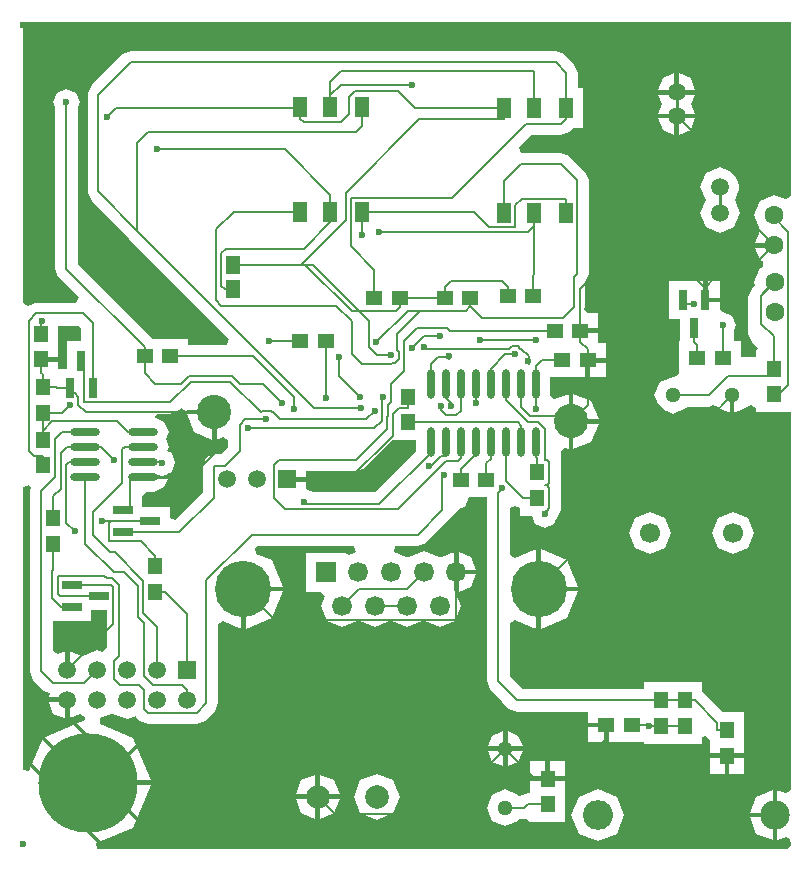
<source format=gbl>
%FSLAX24Y24*%
%MOIN*%
G70*
G01*
G75*
G04 Layer_Physical_Order=2*
G04 Layer_Color=16711680*
%ADD10R,0.0650X0.0315*%
%ADD11R,0.0571X0.0512*%
%ADD12R,0.0512X0.0571*%
%ADD13R,0.0315X0.0650*%
%ADD14R,0.0079X0.0827*%
%ADD15R,0.4134X0.3386*%
%ADD16R,0.0433X0.1378*%
%ADD17C,0.0079*%
%ADD18C,0.0098*%
%ADD19C,0.0118*%
%ADD20C,0.0787*%
%ADD21C,0.1142*%
%ADD22R,0.0591X0.0591*%
%ADD23C,0.0591*%
%ADD24C,0.0984*%
%ADD25O,0.1004X0.0984*%
%ADD26C,0.0630*%
%ADD27C,0.0669*%
%ADD28C,0.0665*%
%ADD29R,0.0665X0.0665*%
%ADD30C,0.1874*%
%ADD31C,0.0512*%
%ADD32C,0.3307*%
%ADD33C,0.0236*%
%ADD34R,0.0472X0.0709*%
%ADD35R,0.0472X0.0650*%
%ADD36R,0.0512X0.0591*%
%ADD37O,0.0276X0.0984*%
%ADD38O,0.0984X0.0276*%
%ADD39C,0.0100*%
G36*
X22370Y32675D02*
X22388Y32718D01*
X23314D01*
Y32639D01*
X23393D01*
Y31713D01*
X23603Y31800D01*
X23766Y31691D01*
Y31479D01*
X23521Y31234D01*
X23330D01*
X23059Y31121D01*
X23039Y31101D01*
X22926Y30830D01*
Y29945D01*
X22002Y29020D01*
X21820Y29095D01*
Y29468D01*
X20900D01*
Y29848D01*
D01*
Y29848D01*
X21031Y29980D01*
X21299D01*
X21645Y30123D01*
X21756Y30391D01*
X20944D01*
Y30480D01*
X21299D01*
X21450Y30542D01*
X21570Y30493D01*
X21706Y30549D01*
X21756D01*
X21749Y30567D01*
X21886Y30624D01*
X22017Y30940D01*
X21886Y31256D01*
X21728Y31322D01*
X21789Y31470D01*
X21685Y31720D01*
X21789Y31970D01*
X21645Y32317D01*
X21299Y32460D01*
X21423Y32584D01*
X21847D01*
X22119Y32696D01*
X22119Y32696D01*
X22119Y32696D01*
X22206Y32784D01*
X22370Y32675D01*
D02*
G37*
G36*
X18868Y35439D02*
Y34990D01*
X18410D01*
Y34070D01*
X18103D01*
Y34314D01*
X17532D01*
Y34472D01*
X18103D01*
Y34639D01*
Y35513D01*
X18795D01*
X18868Y35439D01*
D02*
G37*
G36*
X17192Y30097D02*
X17156Y30010D01*
Y23990D01*
X17156Y23990D01*
X17156Y23990D01*
X17269Y23719D01*
X17649Y23339D01*
X17649Y23339D01*
X17649D01*
X17649Y23339D01*
X17649D01*
Y23339D01*
D01*
D01*
D01*
D01*
X17649D01*
Y23339D01*
D01*
X17841Y23259D01*
X17788Y23131D01*
X18416D01*
Y23052D01*
X18495D01*
Y22424D01*
X18836Y22565D01*
X19000Y22456D01*
Y22367D01*
X17588Y21782D01*
X17123Y20660D01*
X16930Y20699D01*
Y30150D01*
X17118Y30207D01*
X17192Y30097D01*
D02*
G37*
G36*
X42521Y39834D02*
X42358Y39724D01*
X41982Y39880D01*
X41500Y39680D01*
X41300Y39198D01*
X41500Y38716D01*
D01*
Y38716D01*
Y38716D01*
D01*
X41500Y38680D01*
X41500D01*
X41333Y38277D01*
X41982D01*
Y38119D01*
X41333D01*
X41500Y37716D01*
X41597Y37676D01*
Y37479D01*
X41504Y37440D01*
X41304Y36958D01*
X41345Y36859D01*
X41219Y36733D01*
X41106Y36462D01*
Y35242D01*
X41106Y35242D01*
X41106Y35242D01*
X41219Y34971D01*
X41419Y34771D01*
X41381Y34680D01*
X41381D01*
X41381Y34680D01*
Y34463D01*
X40858D01*
Y34991D01*
X40641D01*
Y35376D01*
X40705Y35530D01*
X40574Y35846D01*
X40257Y35977D01*
X40257Y35977D01*
X40257Y35977D01*
X40156Y36045D01*
Y36287D01*
X39738D01*
X39684Y36418D01*
X39626Y36556D01*
X39605Y36565D01*
Y37006D01*
X38462D01*
Y35726D01*
X38832D01*
Y34991D01*
X38810D01*
Y33908D01*
X38647Y33799D01*
X38600Y33818D01*
X38163Y33637D01*
X37982Y33200D01*
X38163Y32763D01*
X38600Y32582D01*
X39037Y32763D01*
X39059Y32816D01*
X39801D01*
X39936Y32872D01*
X40118Y32797D01*
X40132Y32763D01*
X40490Y32615D01*
Y33200D01*
X40647D01*
Y32615D01*
X41005Y32763D01*
X41013Y32781D01*
X41195Y32857D01*
X41367Y32785D01*
X41367Y32785D01*
X41367Y32785D01*
X41381Y32776D01*
Y32632D01*
X42523D01*
Y32632D01*
X42526D01*
X42533Y20030D01*
X42369Y19921D01*
X42079Y20041D01*
Y19200D01*
Y18359D01*
X42370Y18480D01*
X42507Y18388D01*
X42527Y18192D01*
X42395Y18060D01*
X19394D01*
X19356Y18253D01*
X20601Y18769D01*
X21193Y20197D01*
X19094D01*
Y20354D01*
X21193D01*
X20601Y21782D01*
X19511Y22234D01*
Y22431D01*
X19883Y22585D01*
X19883Y22585D01*
X19949D01*
Y22585D01*
X20416Y22391D01*
X20686Y22503D01*
X20709Y22449D01*
X20819Y22339D01*
X20819Y22339D01*
X20819D01*
X20819Y22339D01*
X20819D01*
Y22339D01*
D01*
D01*
D01*
D01*
X20819D01*
Y22339D01*
D01*
X21090Y22226D01*
X22720D01*
X22991Y22339D01*
X23321Y22669D01*
X23434Y22940D01*
Y25559D01*
X23597Y25668D01*
X24202Y25418D01*
Y26740D01*
X24281D01*
Y26819D01*
X25603D01*
X25239Y27698D01*
X24711Y27917D01*
X24673Y28110D01*
X24719Y28156D01*
X27982D01*
X28021Y27963D01*
X27787Y27867D01*
X27667Y27947D01*
Y27947D01*
X26371D01*
Y26652D01*
X26881D01*
X26990Y26488D01*
X26863Y26181D01*
X27069Y25685D01*
X27564Y25480D01*
X28060Y25685D01*
X28060Y25685D01*
X28159D01*
Y25685D01*
X28655Y25480D01*
X29150Y25685D01*
Y25685D01*
X29249Y25688D01*
X29250Y25685D01*
X29250D01*
X29250Y25685D01*
X29250Y25685D01*
X29745Y25480D01*
X30241Y25685D01*
X30241Y25685D01*
X30340D01*
Y25685D01*
X30836Y25480D01*
X31332Y25685D01*
X31537Y26181D01*
X31369Y26586D01*
X31381Y26598D01*
X31361Y26607D01*
X31332Y26677D01*
X31302Y26689D01*
Y27299D01*
Y27968D01*
X30885Y27795D01*
D01*
Y27795D01*
X30786D01*
Y27795D01*
X30291Y28000D01*
X29795Y27795D01*
D01*
Y27795D01*
X29696D01*
Y27795D01*
X29289Y27963D01*
X29327Y28156D01*
X30090D01*
X30361Y28269D01*
X31512Y29420D01*
X31666Y29484D01*
X31797Y29800D01*
X31797Y29800D01*
X31797Y29800D01*
X31802Y29807D01*
X32390D01*
Y23662D01*
X32503Y23391D01*
X32861Y23032D01*
X32911Y22983D01*
X33142Y22752D01*
X33413Y22640D01*
X35776D01*
Y22279D01*
X36377D01*
Y22200D01*
X36456D01*
Y21629D01*
X37629D01*
Y21576D01*
X39571D01*
Y21814D01*
X39677Y21835D01*
X39829Y21710D01*
Y21423D01*
Y21256D01*
X40971D01*
Y21423D01*
Y22624D01*
X40269D01*
X39598Y23294D01*
X39571Y23306D01*
Y23624D01*
X37629D01*
Y23407D01*
X33572D01*
X33453Y23525D01*
X33158Y23821D01*
Y25606D01*
X33321Y25716D01*
X34041Y25418D01*
Y26740D01*
Y28063D01*
X33321Y27765D01*
X33158Y27874D01*
Y29433D01*
X33329Y29504D01*
X33501Y29432D01*
Y29174D01*
X33903D01*
X34016Y28904D01*
X34332Y28773D01*
X34648Y28904D01*
X34714Y29061D01*
X34741Y29089D01*
X34854Y29360D01*
Y31334D01*
X35017Y31443D01*
X35125Y31398D01*
Y32324D01*
Y33251D01*
X34650Y33054D01*
X34511Y33193D01*
X34517Y33209D01*
Y33791D01*
X35676D01*
Y34362D01*
X35755D01*
Y34441D01*
X36356D01*
Y34933D01*
X36115D01*
Y35272D01*
X35514D01*
Y35430D01*
X36115D01*
Y35922D01*
X35760D01*
X35651Y36085D01*
X35674Y36140D01*
Y36971D01*
X35681Y36979D01*
X35794Y37250D01*
Y40360D01*
X35681Y40631D01*
X35151Y41161D01*
X34880Y41274D01*
X33543D01*
X33468Y41455D01*
X33869Y41856D01*
X34875D01*
X35147Y41969D01*
X35147Y41969D01*
X35147Y41969D01*
X35271Y42093D01*
X35587D01*
Y43431D01*
X35419D01*
Y43940D01*
X35307Y44211D01*
X34957Y44561D01*
X34685Y44674D01*
X20520D01*
X20249Y44561D01*
X19219Y43531D01*
X19106Y43260D01*
Y39930D01*
X19106Y39930D01*
X19106Y39930D01*
X19219Y39659D01*
X20466Y38412D01*
X20469Y38404D01*
X23810Y35063D01*
X23734Y34882D01*
X22446D01*
Y35069D01*
X21262D01*
X18764Y37568D01*
Y42816D01*
X18827Y42970D01*
X18696Y43286D01*
X18380Y43417D01*
X18064Y43286D01*
X17933Y42970D01*
X17996Y42816D01*
Y37409D01*
X17996Y37409D01*
X17996Y37409D01*
X18109Y37138D01*
X18785Y36462D01*
X18709Y36280D01*
X17346D01*
X17094Y36175D01*
X16930Y36284D01*
Y45624D01*
X42518D01*
X42521Y39834D01*
D02*
G37*
G36*
X19736Y24757D02*
X19573Y24648D01*
X19416Y24713D01*
X18949Y24519D01*
D01*
Y24519D01*
X18883D01*
Y24519D01*
X18495Y24680D01*
Y24052D01*
X18337D01*
Y24680D01*
X18087Y24576D01*
X17924Y24686D01*
Y25662D01*
X19196D01*
Y26032D01*
X19736D01*
Y24757D01*
D02*
G37*
G36*
X30037Y31332D02*
X28658Y29954D01*
X26612D01*
X26606Y29966D01*
X26356Y30070D01*
Y30313D01*
X25746D01*
Y30471D01*
X26356D01*
Y30656D01*
X28050D01*
X28321Y30769D01*
X28321Y30769D01*
X28321Y30769D01*
X29243Y31690D01*
X30037D01*
Y31332D01*
D02*
G37*
%LPC*%
G36*
X40321Y21098D02*
X39829D01*
Y20576D01*
X40321D01*
Y21098D01*
D02*
G37*
G36*
X40971D02*
X40479D01*
Y20576D01*
X40971D01*
Y21098D01*
D02*
G37*
G36*
X33085Y21996D02*
Y21489D01*
X33591D01*
X33443Y21847D01*
X33085Y21996D01*
D02*
G37*
G36*
X36298Y22121D02*
X35776D01*
Y21629D01*
X36298D01*
Y22121D01*
D02*
G37*
G36*
X32927Y21996D02*
X32569Y21847D01*
X32421Y21489D01*
X32927D01*
Y21996D01*
D02*
G37*
G36*
Y21332D02*
X32421D01*
X32569Y20974D01*
X32927Y20825D01*
Y21332D01*
D02*
G37*
G36*
X33591D02*
X33085D01*
Y20825D01*
X33443Y20974D01*
X33591Y21332D01*
D02*
G37*
G36*
X34993Y21012D02*
X34501D01*
Y20490D01*
X34993D01*
Y21012D01*
D02*
G37*
G36*
X26676Y19734D02*
X26021D01*
X26213Y19271D01*
X26676Y19079D01*
Y19734D01*
D02*
G37*
G36*
X27490D02*
X26834D01*
Y19079D01*
X27298Y19271D01*
X27490Y19734D01*
D02*
G37*
G36*
X28724Y20580D02*
X28181Y20355D01*
X27957Y19813D01*
X28181Y19271D01*
X28724Y19046D01*
X29266Y19271D01*
X29491Y19813D01*
X29266Y20355D01*
X28724Y20580D01*
D02*
G37*
G36*
X36104Y20074D02*
X36085D01*
X35467Y19818D01*
X35211Y19200D01*
X35467Y18582D01*
X36085Y18326D01*
X36104D01*
X36722Y18582D01*
X36978Y19200D01*
X36722Y19818D01*
X36104Y20074D01*
D02*
G37*
G36*
X41921Y19121D02*
X41159D01*
X41382Y18582D01*
X41921Y18359D01*
Y19121D01*
D02*
G37*
G36*
X26834Y20547D02*
Y19892D01*
X27490D01*
X27298Y20355D01*
X26834Y20547D01*
D02*
G37*
G36*
X34343Y21012D02*
X33851D01*
Y20490D01*
X34343D01*
Y21012D01*
D02*
G37*
G36*
X26676Y20547D02*
X26213Y20355D01*
X26021Y19892D01*
X26676D01*
Y20547D01*
D02*
G37*
G36*
X41921Y20041D02*
X41382Y19818D01*
X41159Y19279D01*
X41921D01*
Y20041D01*
D02*
G37*
G36*
X34993Y20332D02*
X33851D01*
Y19948D01*
X33773D01*
X33502Y19836D01*
D01*
X33502Y19836D01*
X33465Y19826D01*
X33443Y19879D01*
X33006Y20060D01*
X32569Y19879D01*
X32388Y19442D01*
X32569Y19005D01*
X33006Y18824D01*
X33443Y19005D01*
X33465Y19058D01*
X33650D01*
X33687Y19074D01*
X33851Y18965D01*
Y18964D01*
X34993D01*
Y19811D01*
Y20332D01*
D02*
G37*
G36*
X40156Y37006D02*
X39763D01*
Y36445D01*
X40156D01*
Y37006D01*
D02*
G37*
G36*
X40176Y40803D02*
X39709Y40610D01*
X39516Y40143D01*
X39699Y39700D01*
X39516Y39257D01*
X39709Y38790D01*
X40176Y38597D01*
X40643Y38790D01*
X40837Y39257D01*
X40653Y39700D01*
X40837Y40143D01*
X40643Y40610D01*
X40176Y40803D01*
D02*
G37*
G36*
X35283Y33251D02*
Y32403D01*
X36130D01*
X35882Y33002D01*
X35283Y33251D01*
D02*
G37*
G36*
X36356Y34283D02*
X35834D01*
Y33791D01*
X36356D01*
Y34283D01*
D02*
G37*
G36*
X38641Y42426D02*
X38092D01*
X38253Y42038D01*
X38641Y41877D01*
Y42426D01*
D02*
G37*
G36*
Y43920D02*
X38253Y43760D01*
X38092Y43371D01*
X38641D01*
Y43920D01*
D02*
G37*
G36*
X38798D02*
Y43371D01*
X39348D01*
X39187Y43760D01*
X38798Y43920D01*
D02*
G37*
G36*
X39348Y42426D02*
X38798D01*
Y41877D01*
X39187Y42038D01*
X39348Y42426D01*
D02*
G37*
G36*
Y43214D02*
X38092D01*
X38222Y42899D01*
X38092Y42584D01*
X39348D01*
X39217Y42899D01*
X39348Y43214D01*
D02*
G37*
G36*
X23235Y32561D02*
X22388D01*
X22636Y31961D01*
X23235Y31713D01*
Y32561D01*
D02*
G37*
G36*
X25603Y26661D02*
X24359D01*
Y25418D01*
X25239Y25782D01*
X25603Y26661D01*
D02*
G37*
G36*
X32049Y27220D02*
X31460D01*
Y26631D01*
X31877Y26804D01*
X32049Y27220D01*
D02*
G37*
G36*
X18337Y22973D02*
X17788D01*
X17949Y22585D01*
X18337Y22424D01*
Y22973D01*
D02*
G37*
G36*
X35442Y26661D02*
X34198D01*
Y25418D01*
X35078Y25782D01*
X35442Y26661D01*
D02*
G37*
G36*
X34198Y28063D02*
Y26819D01*
X35442D01*
X35078Y27698D01*
X34198Y28063D01*
D02*
G37*
G36*
X40600Y29303D02*
X40103Y29097D01*
X39897Y28600D01*
X40103Y28103D01*
X40600Y27897D01*
X41097Y28103D01*
X41303Y28600D01*
X41097Y29097D01*
X40600Y29303D01*
D02*
G37*
G36*
X36130Y32246D02*
X35283D01*
Y31398D01*
X35882Y31646D01*
X36130Y32246D01*
D02*
G37*
G36*
X31460Y27968D02*
Y27378D01*
X32049D01*
X31877Y27795D01*
X31460Y27968D01*
D02*
G37*
G36*
X37844Y29303D02*
X37347Y29097D01*
X37141Y28600D01*
X37347Y28103D01*
X37844Y27897D01*
X38341Y28103D01*
X38547Y28600D01*
X38341Y29097D01*
X37844Y29303D01*
D02*
G37*
%LPD*%
D10*
X21180Y28996D02*
D03*
X20260Y28626D02*
D03*
Y29376D02*
D03*
X19476Y26504D02*
D03*
X18556Y26134D02*
D03*
Y26884D02*
D03*
D11*
X34909Y34362D02*
D03*
X35755D02*
D03*
X32381Y30378D02*
D03*
X31535D02*
D03*
X35514Y35351D02*
D03*
X34668D02*
D03*
X31839Y36424D02*
D03*
X30993D02*
D03*
X33095Y36512D02*
D03*
X33941D02*
D03*
X28645Y36432D02*
D03*
X29491D02*
D03*
X21845Y34498D02*
D03*
X20999D02*
D03*
X26177Y35000D02*
D03*
X27023D02*
D03*
X36377Y22200D02*
D03*
X37223D02*
D03*
X39411Y34420D02*
D03*
X40257D02*
D03*
D12*
X34072Y29775D02*
D03*
Y30621D02*
D03*
X29772Y33137D02*
D03*
Y32291D02*
D03*
X17532Y35239D02*
D03*
Y34393D02*
D03*
X17942Y28249D02*
D03*
Y29095D02*
D03*
X17594Y32619D02*
D03*
Y33465D02*
D03*
Y30861D02*
D03*
Y31707D02*
D03*
X21344Y27497D02*
D03*
Y26651D02*
D03*
X39000Y23023D02*
D03*
Y22177D02*
D03*
X38200Y23023D02*
D03*
Y22177D02*
D03*
X41952Y33233D02*
D03*
Y34079D02*
D03*
X40400Y22023D02*
D03*
Y21177D02*
D03*
X34422Y20411D02*
D03*
Y19565D02*
D03*
D13*
X18882Y34350D02*
D03*
X19252Y33430D02*
D03*
X18502D02*
D03*
X39304Y35446D02*
D03*
X38934Y36366D02*
D03*
X39684D02*
D03*
D17*
X33027Y33043D02*
X33753Y32317D01*
X33527Y32810D02*
X33843Y32494D01*
X34136D01*
X33753Y32317D02*
X34088D01*
X34330Y32075D01*
X34139Y32497D02*
X35031D01*
X34136Y32494D02*
X34139Y32497D01*
X34030Y32750D02*
Y32827D01*
X24904Y32656D02*
X25206D01*
X24884Y32636D02*
X24904Y32656D01*
X24854Y32636D02*
X24884D01*
X23840Y33650D02*
X24854Y32636D01*
X24164Y32004D02*
Y32216D01*
Y32004D02*
X24170Y31998D01*
Y31340D02*
Y31998D01*
X24164Y32216D02*
X24348Y32400D01*
X24605Y34498D02*
X25960Y33143D01*
X24420Y32090D02*
X28640D01*
X28900Y32350D01*
X24348Y32400D02*
X25020D01*
X25960Y32769D02*
Y33143D01*
X25895Y32704D02*
X25960Y32769D01*
X25930Y32670D02*
X25970D01*
X25895Y32704D02*
X25930Y32670D01*
X29086Y32856D02*
X29200Y32970D01*
X29086Y32856D02*
Y32856D01*
Y32856D02*
X29093Y32849D01*
Y32491D02*
Y32849D01*
X29080Y32478D02*
X29093Y32491D01*
X29080Y32070D02*
Y32478D01*
X28900Y32792D02*
Y33120D01*
Y32792D02*
X28916Y32776D01*
Y32564D02*
Y32776D01*
X28900Y32548D02*
X28916Y32564D01*
X28900Y32350D02*
Y32548D01*
X23680Y30850D02*
X24170Y31340D01*
X24161Y33580D02*
X24930D01*
X23913Y33827D02*
X24161Y33580D01*
X22457Y33827D02*
X23913D01*
X22209Y33580D02*
X22457Y33827D01*
X21339Y33580D02*
X22209D01*
X22530Y33650D02*
X23840D01*
X21847Y32967D02*
X22530Y33650D01*
X24930Y33580D02*
X25570Y32940D01*
X34330Y31044D02*
Y32075D01*
Y31044D02*
X34385D01*
X34466Y30964D01*
Y30279D02*
Y30964D01*
X34385Y30198D02*
X34466Y30279D01*
X34330Y30198D02*
X34385D01*
X34330Y30198D02*
Y30198D01*
Y30198D02*
X34385D01*
X34466Y30117D01*
Y29432D02*
Y30117D01*
X34385Y29352D02*
X34466Y29432D01*
X34330Y29352D02*
X34385D01*
X34330Y29220D02*
Y29352D01*
X19260Y29290D02*
X20250Y30280D01*
X19260Y28520D02*
Y29290D01*
Y28520D02*
X19818Y27963D01*
X19010Y28240D02*
Y30470D01*
X18380Y28940D02*
X18660Y28660D01*
X20250Y31400D02*
X20320Y31470D01*
X20250Y30280D02*
Y31400D01*
X18920Y35930D02*
X19252Y35598D01*
X17380Y35930D02*
X18920D01*
X17130Y35680D02*
X17380Y35930D01*
X21570Y30920D02*
Y30940D01*
X19420Y43190D02*
X20520Y44290D01*
X19420Y40000D02*
Y43190D01*
Y40000D02*
X20740Y38680D01*
X27470Y34390D02*
Y34460D01*
X27460Y34380D02*
X27470Y34390D01*
X31200Y32820D02*
Y32827D01*
X31187Y32840D02*
X31200Y32827D01*
X29200Y33570D02*
X29620Y33990D01*
X29200Y32970D02*
Y33570D01*
X28380Y32390D02*
X28660Y32670D01*
X25506Y32390D02*
X28380D01*
X25260Y32636D02*
X25506Y32390D01*
X28050Y31040D02*
X29080Y32070D01*
X24420Y32090D02*
Y32110D01*
X25226Y32636D02*
X25260D01*
X25206Y32656D02*
X25226Y32636D01*
X33780Y34260D02*
Y34330D01*
Y34260D02*
X33790Y34250D01*
X33512Y34750D02*
X33542D01*
X33436Y34826D02*
X33512Y34750D01*
X33224Y34826D02*
X33436D01*
X33148Y34750D02*
X33224Y34826D01*
X30220Y34750D02*
X33148D01*
X33542D02*
X33790Y34502D01*
X31074Y35436D02*
X31159Y35351D01*
X29620Y34990D02*
X30066Y35436D01*
X31074D01*
X34027Y32830D02*
X34030Y32827D01*
X28461Y34819D02*
X28740Y34540D01*
X28461Y34819D02*
Y35074D01*
X28480Y35093D01*
Y35669D01*
X28740Y34540D02*
X29130D01*
X29890Y34780D02*
X29910D01*
X29620Y34730D02*
Y34990D01*
Y34730D02*
X29646Y34703D01*
Y34345D02*
Y34703D01*
X29620Y34319D02*
X29646Y34345D01*
X29620Y33990D02*
Y34319D01*
X29400Y34699D02*
Y35230D01*
Y34699D02*
X29469Y34630D01*
Y34418D02*
Y34630D01*
X29319Y34268D02*
X29469Y34418D01*
X29238Y34268D02*
X29319D01*
X29200Y34230D02*
X29238Y34268D01*
X29146Y34524D02*
X29213D01*
X29130Y34540D02*
X29146Y34524D01*
X29400Y35230D02*
X30179Y36009D01*
X30260Y34790D02*
X30290D01*
X30220Y34750D02*
X30260Y34790D01*
X31072Y34485D02*
X31140Y34417D01*
X30772Y34485D02*
X31072D01*
X30527Y34240D02*
X30772Y34485D01*
X31140Y34417D02*
X31169Y34446D01*
X34046Y33582D02*
Y34168D01*
X34027Y33563D02*
X34046Y33582D01*
Y34168D02*
X34240Y34362D01*
X26650Y32770D02*
X28210D01*
X20740Y38675D02*
Y38680D01*
X20520Y44290D02*
X34685D01*
X20740Y38675D02*
X26645Y32770D01*
X39411Y34420D02*
Y34870D01*
X39304Y34977D02*
X39411Y34870D01*
X39304Y34977D02*
Y35446D01*
X29491Y36432D02*
X30230D01*
X30238Y36424D01*
X30993D01*
X17594Y33465D02*
X18030D01*
X18065Y33430D01*
X18502D01*
X17594Y33465D02*
Y33890D01*
X17532Y33952D02*
X17594Y33890D01*
X17532Y33952D02*
Y34393D01*
X35755Y34362D02*
Y34730D01*
X35514Y34971D02*
X35755Y34730D01*
X35514Y34971D02*
Y35351D01*
X38200Y22177D02*
X39000D01*
X37223Y22200D02*
X37700D01*
X37723Y22177D01*
X33006Y19442D02*
X33650D01*
X33773Y19565D01*
X34422D01*
X34072Y30621D02*
Y31100D01*
X34027Y31145D02*
X34072Y31100D01*
X34027Y31145D02*
Y31634D01*
X31535Y30378D02*
Y30750D01*
X32027Y31242D01*
Y31634D01*
X32381Y30378D02*
Y30930D01*
X32527Y31076D01*
Y31634D01*
X28655Y26181D02*
X29745D01*
X38200Y23023D02*
X39000D01*
X27179Y43647D02*
X27520Y43989D01*
X33941D01*
X33965Y43965D01*
Y42762D02*
Y43965D01*
X17594Y31707D02*
Y32000D01*
X17914Y32320D02*
X20070D01*
X20420Y31970D01*
X20945D01*
X35514Y35351D02*
Y36744D01*
X35840Y37070D01*
X39360D01*
X39684Y36366D02*
Y36746D01*
X35755Y32876D02*
Y34362D01*
X35204Y32324D02*
X35755Y32876D01*
X29731Y26740D02*
X30291Y27299D01*
X28123Y26740D02*
X29731D01*
X27564Y26181D02*
X28123Y26740D01*
X20260Y29376D02*
X20510D01*
Y30470D02*
X20945D01*
X33006Y21411D02*
X34005Y20411D01*
X34422D01*
X40400Y21177D02*
X41623D01*
X42000Y20800D01*
Y19200D02*
Y20800D01*
X34240Y34362D02*
X34909D01*
X34422Y20411D02*
X35040D01*
X22416Y24052D02*
Y25905D01*
X21670Y26651D02*
X22416Y25905D01*
X21344Y26651D02*
X21670D01*
X32027Y32920D02*
Y33563D01*
X38200Y22160D02*
Y22177D01*
X36377Y21600D02*
X36800Y21177D01*
X40400D01*
X38934Y36240D02*
Y36366D01*
X19252Y33430D02*
Y35598D01*
X17130Y31350D02*
Y35680D01*
Y31350D02*
X17310Y31170D01*
X17594Y30861D02*
Y31170D01*
X35755Y34362D02*
X36628D01*
X38640Y32350D01*
X39718D01*
X40568Y33200D01*
X18416Y24052D02*
X19940Y25576D01*
Y26800D01*
X19856Y26884D02*
X19940Y26800D01*
X18556Y26884D02*
X19856D01*
X31839Y36160D02*
X32219Y35780D01*
X34930D01*
X35290Y36140D01*
Y37130D01*
X35410Y37250D01*
Y40360D01*
X34880Y40890D02*
X35410Y40360D01*
X33535Y40890D02*
X34880D01*
X32965Y40320D02*
X33535Y40890D01*
X32965Y39278D02*
Y40320D01*
X33095Y36512D02*
Y36800D01*
X32895Y37000D02*
X33095Y36800D01*
X31193Y37000D02*
X32895D01*
X30993Y36800D02*
X31193Y37000D01*
X30993Y36424D02*
Y36800D01*
X35035Y39278D02*
Y39750D01*
X33570D02*
X35035D01*
X33340Y39520D02*
X33570Y39750D01*
X33340Y38810D02*
Y39520D01*
X32470Y38810D02*
X33340D01*
X31980Y39300D02*
X32470Y38810D01*
X28249Y39300D02*
Y39306D01*
X30860Y32710D02*
Y32850D01*
Y32710D02*
X31040Y32530D01*
X31378D01*
X31527Y32679D01*
Y33563D01*
X35031Y32497D02*
X35204Y32324D01*
X33527Y32810D02*
Y33563D01*
X17942Y29095D02*
Y29832D01*
X18190Y30080D01*
Y31260D01*
X18400Y31470D01*
X19015D01*
X24281Y26740D02*
X25331Y25690D01*
X31027Y31180D02*
Y31634D01*
X29772Y32291D02*
X33419D01*
X33527Y32183D01*
Y31634D02*
Y32183D01*
X28790Y38630D02*
X33760D01*
X33965Y38835D02*
Y39278D01*
X20999Y34498D02*
Y34790D01*
X18380Y37409D02*
X20999Y34790D01*
X18380Y37409D02*
Y42970D01*
X33027Y33043D02*
Y33563D01*
X17942Y27356D02*
Y28249D01*
X17916Y27331D02*
X17942Y27356D01*
X17916Y26426D02*
Y27331D01*
Y26426D02*
X18208Y26134D01*
X18556D01*
X19010Y30470D02*
X19015D01*
X19010Y28240D02*
X19961Y27289D01*
X20311D01*
X20773Y26827D01*
Y25800D02*
Y26827D01*
Y25800D02*
X20980Y25594D01*
Y23840D02*
Y25594D01*
Y23840D02*
X21270Y23550D01*
X22240D01*
X22416Y23374D01*
Y23052D02*
Y23374D01*
X38720Y42505D02*
X40840Y40385D01*
Y39340D02*
Y40385D01*
Y39340D02*
X41982Y38198D01*
X21845Y34498D02*
X24605D01*
X27460Y33830D02*
X28160Y33130D01*
X27460Y33830D02*
Y34380D01*
X32180Y35020D02*
X34040D01*
X26179Y42760D02*
Y42790D01*
X19730Y42470D02*
X20020Y42760D01*
X18957Y32967D02*
X21847D01*
X18957D02*
Y34180D01*
X18882D02*
Y34350D01*
X20260Y28626D02*
X22150D01*
X23310Y29786D01*
Y30830D01*
X23330Y30850D01*
X23680D01*
X25150Y35000D02*
X26177D01*
X21344Y27497D02*
Y27840D01*
X20853Y28331D02*
X21344Y27840D01*
X19797Y28331D02*
X20853D01*
X19797D02*
Y28921D01*
X27690Y39937D02*
X30142Y42389D01*
X27690Y39039D02*
Y39937D01*
X21413Y41393D02*
X25655D01*
X27179Y39870D01*
Y39306D02*
Y39870D01*
X33790Y34250D02*
Y34502D01*
X28717Y34968D02*
X29758Y36009D01*
X31839Y36160D02*
Y36424D01*
X28249Y42179D02*
Y42790D01*
X28040Y41970D02*
X28249Y42179D01*
X21110Y41970D02*
X28040D01*
X20740Y41600D02*
X21110Y41970D01*
X29491Y36141D02*
Y36432D01*
X29360Y36010D02*
X29491Y36141D01*
X20320Y31470D02*
X20945D01*
X19818Y27963D02*
X19987D01*
X20950Y27000D01*
Y25920D02*
Y27000D01*
Y25920D02*
X21416Y25454D01*
Y24052D02*
Y25454D01*
X18380Y28940D02*
Y30880D01*
X18470Y30970D01*
X19015D01*
X29440Y43330D02*
X30010Y42760D01*
X28000Y43330D02*
X29440D01*
X27810Y43140D02*
X28000Y43330D01*
X27810Y42560D02*
Y43140D01*
X27540Y42290D02*
X27810Y42560D01*
X26289Y42290D02*
X27540D01*
X26179Y42400D02*
X26289Y42290D01*
X27520Y43549D02*
X29901D01*
X30290Y35180D02*
X30850D01*
X29890Y34780D02*
X30290Y35180D01*
X28645Y36432D02*
Y37380D01*
X27870Y38155D02*
X28645Y37380D01*
X27870Y38155D02*
Y39770D01*
X31240D01*
X33710Y42240D01*
X34875D01*
X35035Y42400D01*
Y42762D01*
X34685Y44290D02*
X35035Y43940D01*
Y42762D02*
Y43940D01*
X28900Y33120D02*
X28930Y33150D01*
X31688Y36009D02*
X31839Y36160D01*
X28230Y34230D02*
X29200D01*
X27900Y34560D02*
X28230Y34230D01*
X27900Y34560D02*
Y35660D01*
X27380Y36180D02*
X27900Y35660D01*
X23550Y36180D02*
X27380D01*
X23370Y36360D02*
X23550Y36180D01*
X23370Y36360D02*
Y38720D01*
X23956Y39306D01*
X26179D01*
X19020Y32639D02*
X23314D01*
X18780Y32880D02*
X19020Y32639D01*
X18780Y32880D02*
Y33140D01*
X18660Y33260D02*
X18780Y33140D01*
X18502Y33260D02*
Y33430D01*
X23314Y31225D02*
Y32639D01*
X22559Y30470D02*
X23314Y31225D01*
X20945Y30470D02*
X22559D01*
X29772Y32763D02*
Y33137D01*
X29463Y32763D02*
X29772D01*
X29270Y32570D02*
X29463Y32763D01*
X29270Y31850D02*
Y32570D01*
X27812Y30392D02*
X29270Y31850D01*
X25746Y30392D02*
X27812D01*
X40004Y37120D02*
X40904D01*
X41982Y38198D01*
X30835Y19240D02*
X33006Y21411D01*
X27328Y19240D02*
X30835D01*
X26755Y19813D02*
X27328Y19240D01*
X20945Y30970D02*
X21540D01*
X21570Y30940D01*
X18239Y32619D02*
X18500Y32880D01*
X17594Y32619D02*
X18239D01*
X18974Y23610D02*
X19416Y24052D01*
X17920Y23610D02*
X18974D01*
X17540Y23990D02*
X17920Y23610D01*
X17540Y23990D02*
Y30010D01*
X18000Y30470D01*
Y31730D01*
X18240Y31970D01*
X19015D01*
X17532Y35239D02*
Y35632D01*
X17560Y35660D01*
X19520Y31470D02*
X19970Y31020D01*
X19015Y31470D02*
X19520D01*
X27023Y33100D02*
Y35000D01*
X18169Y26504D02*
X19476D01*
X18093Y26580D02*
X18169Y26504D01*
X18093Y26580D02*
Y27180D01*
X19650D01*
X19730Y27100D01*
X19900D01*
X20120Y26880D01*
Y24490D02*
Y26880D01*
X19980Y24350D02*
X20120Y24490D01*
X19980Y23730D02*
Y24350D01*
Y23730D02*
X20160Y23550D01*
X20800D01*
X20980Y23370D01*
Y22720D02*
Y23370D01*
Y22720D02*
X21090Y22610D01*
X22720D01*
X23050Y22940D01*
Y27029D01*
X24561Y28540D01*
X31159Y35351D02*
X34668D01*
X25470Y31040D02*
X28050D01*
X25310Y30880D02*
X25470Y31040D01*
X25310Y29760D02*
Y30880D01*
Y29760D02*
X25680Y29390D01*
X31440Y31000D02*
X31527Y31087D01*
Y31634D01*
X33017Y34570D02*
X33330D01*
X32527Y34080D02*
X33017Y34570D01*
X32527Y33563D02*
Y34080D01*
X31027Y33095D02*
Y33563D01*
Y33095D02*
X31187Y32935D01*
Y32840D02*
Y32935D01*
X30527Y33563D02*
Y34240D01*
X34027Y32830D02*
Y33563D01*
X20999Y33920D02*
X21339Y33580D01*
X20999Y33920D02*
Y34498D01*
X40077Y22023D02*
X40400D01*
X40077D02*
Y22273D01*
X39327Y23023D02*
X40077Y22273D01*
X39000Y23023D02*
X39327D01*
X33941Y36512D02*
X33965Y37903D01*
X23680Y36720D02*
X23946D01*
X23550Y36850D02*
X23680Y36720D01*
X23550Y36850D02*
Y37920D01*
X23710Y38080D01*
X26299D01*
X27179Y38960D01*
Y39306D01*
X17310Y31170D02*
X17594D01*
X38934Y36240D02*
X39310D01*
X28249Y39300D02*
X31980D01*
X28249Y38549D02*
Y39300D01*
Y39306D01*
X26351Y37549D02*
X27890Y36010D01*
X23946Y37549D02*
X26200D01*
X26351D01*
X26600D01*
X28139Y36010D02*
X28480Y35669D01*
X26600Y37549D02*
X28139Y36010D01*
X26200Y37549D02*
X27690Y39039D01*
X26179Y42400D02*
Y42760D01*
X20020D02*
X26179D01*
X27890Y36010D02*
X28139D01*
X29360D01*
X30142Y42389D02*
X32965D01*
X30010Y42760D02*
X32965D01*
Y42389D02*
Y42760D01*
Y42762D01*
X27179Y42790D02*
Y43207D01*
Y43647D01*
Y43207D02*
X27520Y43549D01*
X20740Y38680D02*
X26650Y32770D01*
X20740Y38680D02*
Y41600D01*
X26645Y32770D02*
X26650D01*
X29758Y36009D02*
X30179D01*
X31688D01*
X18882Y34180D02*
X18957D01*
X20510Y29376D02*
Y30470D01*
X18502Y33260D02*
X18660D01*
X35040Y20411D02*
X36377Y21748D01*
Y21600D02*
Y21748D01*
X39657Y36773D02*
X39684Y36366D01*
X39657Y36773D02*
X39684Y36746D01*
X39360Y37070D02*
X39657Y36773D01*
X40004Y37120D01*
X17594Y31707D02*
Y32000D01*
Y32619D01*
Y32000D02*
X17914Y32320D01*
X19797Y28921D02*
X19872Y28996D01*
X19560D02*
X19872D01*
X21180D01*
X37810Y22160D02*
X38200D01*
X37723Y22177D02*
X37810D01*
X38200D01*
X30880Y31180D02*
X31027D01*
X33965Y37903D02*
Y38835D01*
Y39278D01*
X33760Y38630D02*
X33965Y38835D01*
X35204Y27825D02*
Y32324D01*
X33027Y30348D02*
Y31634D01*
Y30348D02*
X33600Y29775D01*
X34072D01*
X34119Y26740D02*
X35204Y27825D01*
X36377Y21748D02*
Y22200D01*
X24561Y28540D02*
X30090D01*
X32934Y30104D02*
Y30130D01*
X31381Y25667D02*
Y27299D01*
X31358Y25690D02*
X31381Y25667D01*
X25331Y25690D02*
X31358D01*
X33413Y23023D02*
X38200D01*
X33182Y23254D02*
X33413Y23023D01*
X33132Y23304D02*
X33182Y23254D01*
X32774Y23662D02*
Y29945D01*
X32934Y30104D01*
X32774Y23662D02*
X33182Y23254D01*
X30090Y28540D02*
X30910Y29360D01*
X26290Y29650D02*
X26370Y29570D01*
X30527Y31280D02*
Y31634D01*
X26370Y29570D02*
X28817D01*
X30527Y31280D01*
X30910Y29360D02*
Y30520D01*
X30480Y30830D02*
X30496D01*
X30513Y30813D01*
X30880Y31180D01*
X25680Y29390D02*
X29420D01*
X31030Y31000D01*
X31440D01*
X38600Y33200D02*
X39801D01*
X41533Y36503D02*
X41960Y36930D01*
X41577Y36557D02*
X42030Y37010D01*
X41952Y39134D02*
Y39152D01*
Y39134D02*
X42439Y38647D01*
X41952Y39152D02*
X41970Y39170D01*
X41952Y33233D02*
X42133D01*
X42439Y33539D01*
Y38647D01*
X41533Y35577D02*
Y36503D01*
Y35577D02*
X41952Y35158D01*
X40257Y34420D02*
Y35530D01*
X39801Y33200D02*
X40431Y33830D01*
X41952D01*
Y35158D01*
D18*
X20804Y19006D02*
X21402D01*
X19444Y20366D02*
X20804Y19006D01*
X19094Y18678D02*
Y20276D01*
Y18678D02*
X19590Y18182D01*
X17356Y22014D02*
X19094Y20276D01*
Y21802D01*
X18602Y22294D02*
X19094Y21802D01*
Y20276D02*
X19484D01*
X21096Y21888D01*
X17786Y20276D02*
X19094D01*
X17128Y20934D02*
X17786Y20276D01*
D20*
X26755Y19813D02*
D03*
X28724D02*
D03*
D21*
X35204Y32324D02*
D03*
X23314Y32639D02*
D03*
D22*
X25746Y30392D02*
D03*
X22416Y24052D02*
D03*
D23*
X23746Y30392D02*
D03*
X24746D02*
D03*
X40176Y39257D02*
D03*
X38720Y43292D02*
D03*
Y42505D02*
D03*
X40176Y40143D02*
D03*
X18416Y23052D02*
D03*
X19416D02*
D03*
X20416D02*
D03*
X21416D02*
D03*
X22416D02*
D03*
X18416Y24052D02*
D03*
X19416D02*
D03*
X20416D02*
D03*
X21416D02*
D03*
D24*
X42000Y19200D02*
D03*
D25*
X36094D02*
D03*
D26*
X41986Y36958D02*
D03*
Y35958D02*
D03*
X41982Y39198D02*
D03*
Y38198D02*
D03*
D27*
X40600Y28600D02*
D03*
X37844D02*
D03*
D28*
X31381Y27299D02*
D03*
X30836Y26181D02*
D03*
X30291Y27299D02*
D03*
X29745Y26181D02*
D03*
X29200Y27299D02*
D03*
X28655Y26181D02*
D03*
X28109Y27299D02*
D03*
X27564Y26181D02*
D03*
D29*
X27019Y27299D02*
D03*
D30*
X24281Y26740D02*
D03*
X34119D02*
D03*
D31*
X40568Y33200D02*
D03*
X38600D02*
D03*
X33006Y21411D02*
D03*
Y19442D02*
D03*
D32*
X19094Y20276D02*
D03*
D33*
X34030Y32750D02*
D03*
X25020Y32400D02*
D03*
X24420Y32110D02*
D03*
X25570Y32940D02*
D03*
X25970Y32730D02*
D03*
X19560Y28996D02*
D03*
X18660Y28660D02*
D03*
X21570Y30920D02*
D03*
X27470Y34460D02*
D03*
X31200Y32820D02*
D03*
X33780Y34330D02*
D03*
X40257Y35530D02*
D03*
X29910Y34780D02*
D03*
X29213Y34524D02*
D03*
X30290Y34790D02*
D03*
X31150Y34490D02*
D03*
X32027Y32920D02*
D03*
X37810Y22160D02*
D03*
X30860Y32850D02*
D03*
X26290Y29650D02*
D03*
X28790Y38630D02*
D03*
X18380Y42970D02*
D03*
X28160Y33130D02*
D03*
X28249Y38549D02*
D03*
X32180Y35020D02*
D03*
X34040D02*
D03*
X19730Y42470D02*
D03*
X28660Y32670D02*
D03*
X25150Y35000D02*
D03*
X21413Y41393D02*
D03*
X28717Y34968D02*
D03*
X29901Y43549D02*
D03*
X30850Y35180D02*
D03*
X28210Y32770D02*
D03*
X28930Y33150D02*
D03*
X18500Y32880D02*
D03*
X17560Y35660D02*
D03*
X19970Y31020D02*
D03*
X27023Y33100D02*
D03*
X33330Y34570D02*
D03*
X34332Y29220D02*
D03*
X32898Y30100D02*
D03*
X25118Y18590D02*
D03*
Y19378D02*
D03*
Y20165D02*
D03*
Y20952D02*
D03*
Y21740D02*
D03*
X24330Y18590D02*
D03*
Y19378D02*
D03*
Y20165D02*
D03*
Y20952D02*
D03*
Y21740D02*
D03*
X23543Y18590D02*
D03*
Y19378D02*
D03*
Y20165D02*
D03*
Y20952D02*
D03*
Y21740D02*
D03*
X22755Y18590D02*
D03*
Y19378D02*
D03*
Y20165D02*
D03*
Y20952D02*
D03*
Y21740D02*
D03*
X21968Y18590D02*
D03*
Y19378D02*
D03*
Y20165D02*
D03*
Y20952D02*
D03*
Y21740D02*
D03*
X29251Y21966D02*
D03*
Y22754D02*
D03*
Y23541D02*
D03*
Y24328D02*
D03*
Y25116D02*
D03*
X28464Y21966D02*
D03*
Y22754D02*
D03*
Y23541D02*
D03*
Y24328D02*
D03*
Y25116D02*
D03*
X27677Y21966D02*
D03*
Y22754D02*
D03*
Y23541D02*
D03*
Y24328D02*
D03*
Y25116D02*
D03*
X26889Y21966D02*
D03*
Y22754D02*
D03*
Y23541D02*
D03*
Y24328D02*
D03*
Y25116D02*
D03*
X26102Y21966D02*
D03*
Y22754D02*
D03*
Y23541D02*
D03*
Y24328D02*
D03*
Y25116D02*
D03*
X25344Y22763D02*
D03*
Y23551D02*
D03*
Y24338D02*
D03*
X24557Y22763D02*
D03*
Y23551D02*
D03*
Y24338D02*
D03*
X23769Y22763D02*
D03*
Y23551D02*
D03*
Y24338D02*
D03*
X30679Y21966D02*
D03*
Y22754D02*
D03*
Y23541D02*
D03*
Y24328D02*
D03*
Y25116D02*
D03*
X29891Y21966D02*
D03*
Y22754D02*
D03*
Y23541D02*
D03*
Y24328D02*
D03*
Y25116D02*
D03*
X27686Y20943D02*
D03*
X26899D02*
D03*
X26112D02*
D03*
X27706Y18580D02*
D03*
X26919D02*
D03*
X26131D02*
D03*
X31666Y25118D02*
D03*
Y24330D02*
D03*
Y23543D02*
D03*
Y22755D02*
D03*
Y21968D02*
D03*
X34517Y24309D02*
D03*
Y25096D02*
D03*
X33730Y24309D02*
D03*
Y25096D02*
D03*
X41988Y30549D02*
D03*
Y31336D02*
D03*
Y32124D02*
D03*
X41200Y30549D02*
D03*
Y31336D02*
D03*
Y32124D02*
D03*
X40413Y30549D02*
D03*
Y31336D02*
D03*
Y32124D02*
D03*
X17972Y22380D02*
D03*
X17184Y21592D02*
D03*
Y22380D02*
D03*
X17135Y36661D02*
D03*
Y37448D02*
D03*
X21564Y35372D02*
D03*
Y36159D02*
D03*
Y36946D02*
D03*
X20777Y36159D02*
D03*
Y36946D02*
D03*
X22313Y36171D02*
D03*
X23110Y35374D02*
D03*
X19990Y36946D02*
D03*
X22343Y35374D02*
D03*
X27273Y45096D02*
D03*
X26486D02*
D03*
X25698D02*
D03*
X24911D02*
D03*
X24123D02*
D03*
X31279Y45057D02*
D03*
X30492D02*
D03*
X29704D02*
D03*
X28917D02*
D03*
X28129D02*
D03*
X35205Y45098D02*
D03*
X34418D02*
D03*
X33631D02*
D03*
X32843D02*
D03*
X32056D02*
D03*
X22230Y30280D02*
D03*
X22210Y31070D02*
D03*
Y29590D02*
D03*
X37136Y44634D02*
D03*
Y43846D02*
D03*
Y43059D02*
D03*
Y42272D02*
D03*
Y41484D02*
D03*
X37923Y44634D02*
D03*
Y43846D02*
D03*
Y43059D02*
D03*
Y42272D02*
D03*
Y41484D02*
D03*
X38710Y44634D02*
D03*
Y41484D02*
D03*
X39498Y44634D02*
D03*
Y43846D02*
D03*
Y43059D02*
D03*
Y42272D02*
D03*
Y41484D02*
D03*
X40285Y44634D02*
D03*
Y43846D02*
D03*
Y43059D02*
D03*
Y42272D02*
D03*
Y41484D02*
D03*
X36310Y44642D02*
D03*
Y43855D02*
D03*
Y43067D02*
D03*
Y42280D02*
D03*
Y41493D02*
D03*
X41210Y44662D02*
D03*
Y43875D02*
D03*
Y43087D02*
D03*
Y42300D02*
D03*
Y41513D02*
D03*
X34580Y41447D02*
D03*
X35505Y41476D02*
D03*
X38310Y38347D02*
D03*
Y37560D02*
D03*
X39235Y38376D02*
D03*
Y37588D02*
D03*
X36343Y39440D02*
D03*
X37130D02*
D03*
X36314Y40365D02*
D03*
X37102D02*
D03*
X37889D02*
D03*
X38715Y23852D02*
D03*
Y24639D02*
D03*
Y25426D02*
D03*
Y26214D02*
D03*
X37928Y23852D02*
D03*
Y24639D02*
D03*
Y25426D02*
D03*
Y26214D02*
D03*
X37140Y23852D02*
D03*
Y24639D02*
D03*
Y25426D02*
D03*
Y26214D02*
D03*
X36353Y23852D02*
D03*
Y24639D02*
D03*
Y25426D02*
D03*
Y26214D02*
D03*
X30480Y30830D02*
D03*
X30960Y30530D02*
D03*
X36363Y38710D02*
D03*
X39310Y36240D02*
D03*
X37573Y37520D02*
D03*
X40840Y36010D02*
D03*
X40850Y37550D02*
D03*
X40870Y38410D02*
D03*
X40080Y37590D02*
D03*
X40030Y38380D02*
D03*
X40995Y18504D02*
D03*
X40208D02*
D03*
X39420D02*
D03*
X38633D02*
D03*
X37846D02*
D03*
X34296D02*
D03*
X42402Y45539D02*
D03*
X16929Y18238D02*
D03*
Y45552D02*
D03*
D34*
X26179Y42790D02*
D03*
X27179D02*
D03*
X28249D02*
D03*
X35035Y42762D02*
D03*
X33965D02*
D03*
X32965D02*
D03*
D35*
X28249Y39306D02*
D03*
X27179D02*
D03*
X26179D02*
D03*
X32965Y39278D02*
D03*
X33965D02*
D03*
X35035D02*
D03*
D36*
X23946Y37549D02*
D03*
Y36720D02*
D03*
D37*
X30527Y33563D02*
D03*
X31027D02*
D03*
X31527D02*
D03*
X32027D02*
D03*
X32527D02*
D03*
X33027D02*
D03*
X33527D02*
D03*
X34027D02*
D03*
X30527Y31634D02*
D03*
X31027D02*
D03*
X31527D02*
D03*
X32027D02*
D03*
X32527D02*
D03*
X33027D02*
D03*
X33527D02*
D03*
X34027D02*
D03*
D38*
X19015Y30470D02*
D03*
Y30970D02*
D03*
Y31470D02*
D03*
Y31970D02*
D03*
X20945Y30470D02*
D03*
Y30970D02*
D03*
Y31470D02*
D03*
Y31970D02*
D03*
D39*
X38720Y42505D02*
Y43292D01*
X40176Y39257D02*
Y40143D01*
M02*

</source>
